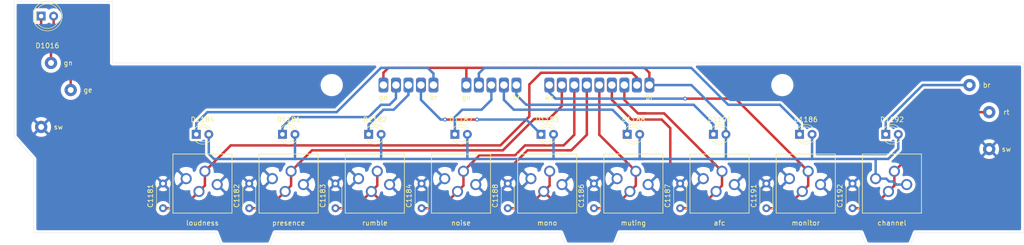
<source format=kicad_pcb>
(kicad_pcb (version 20211014) (generator pcbnew)
  (layers (0 "F.Cu" signal) (31 "B.Cu" signal) (34 "B.Paste" user) (35 "F.Paste" user) (36 "B.SilkS" user "B.Silkscreen") (37 "F.SilkS" user "F.Silkscreen") (38 "B.Mask" user) (39 "F.Mask" user) (44 "Edge.Cuts" user))
  (net 0 "")
  (net 1 "Net-(D1184-Pad1)")
  (net 2 "Net-(D1016-Pad1)")
  (net 3 "Net-(D1016-Pad2)")
  (net 4 "Net-(D1181-Pad1)")
  (net 5 "Net-(D1182-Pad1)")
  (net 6 "Net-(D1183-Pad1)")
  (net 7 "Net-(D1186-Pad1)")
  (net 8 "Net-(D1187-Pad1)")
  (net 9 "Net-(D1188-Pad1)")
  (net 10 "Net-(D1191-Pad1)")
  (net 11 "Net-(D1192-Pad1)")
  (net 12 "+12V")
  (net 13 "GND")
  (net 14 "sw_loudness")
  (net 15 "sw_presence")
  (net 16 "sw_rumble")
  (net 17 "sw_noise")
  (net 18 "sw_muting")
  (net 19 "sw_afc")
  (net 20 "sw_mono")
  (net 21 "sw_monitor")
  (net 22 "sw_fm_channel")
  (footprint "LEDs:LED_D3.0mm" (layer "F.Cu") (at 57 47)
    (fp_text reference "D1184" (at 1.27 -3) (layer "F.SilkS"))
    (fp_text value "LED")
    (fp_line (start -0.29 1.08) (end -0.29 1.236) (layer "F.SilkS") (width 0.12))
    (fp_line (start -0.29 -1.236) (end -0.29 -1.08) (layer "F.SilkS") (width 0.12))
    (fp_arc (start 2.31113 1.079837) (mid 1.270117 1.5) (end 0.229039 1.08) (layer "F.SilkS") (width 0.12))
    (fp_arc (start -0.29 -1.235516) (mid 1.366487 -1.987659) (end 2.942335 -1.078608) (layer "F.SilkS") (width 0.12))
    (fp_arc (start 2.942335 1.078608) (mid 1.366487 1.987659) (end -0.29 1.235516) (layer "F.SilkS") (width 0.12))
    (fp_arc (start 0.229039 -1.08) (mid 1.270117 -1.5) (end 2.31113 -1.079837) (layer "F.SilkS") (width 0.12))
    (pad "1" thru_hole rect locked (at 0 0) (size 1.8 1.8) (drill 0.9) (layers *.Cu *.Mask) (net 1 "Net-(D1184-Pad1)"))
    (pad "2" thru_hole circle locked (at 2.54 0) (size 1.8 1.8) (drill 0.9) (layers *.Cu *.Mask) (net 12 "+12V"))
  )
  (footprint "Mounting_Holes:MountingHole_3.5mm" (layer "F.Cu") (at 84.5 37)
    (fp_text reference "M2" hide)
    (fp_text value "MountingHole_3.5mm" hide)
    (pad "" np_thru_hole circle locked (at 0 0) (size 3.5 3.5) (drill 3.5) (layers *.Cu *.Mask))
  )
  (footprint "Mounting_Holes:MountingHole_3.5mm" (layer "F.Cu") (at 176 37)
    (fp_text reference "M3" hide)
    (fp_text value "MountingHole_3.5mm" hide)
    (pad "" np_thru_hole circle locked (at 0 0) (size 3.5 3.5) (drill 3.5) (layers *.Cu *.Mask))
  )
  (footprint "LEDs:LED_D5.0mm" (layer "F.Cu") (at 25.5 23)
    (fp_text reference "D1016" (at 1.27 6) (layer "F.SilkS"))
    (fp_text value "LED")
    (fp_line (start -1.29 -1.545) (end -1.29 1.545) (layer "F.SilkS") (width 0.12))
    (fp_arc (start -1.29 -1.54483) (mid 2.072002 -2.880433) (end 4.26 0.000462) (layer "F.SilkS") (width 0.12))
    (fp_arc (start 4.26 -0.000462) (mid 2.072002 2.880433) (end -1.29 1.54483) (layer "F.SilkS") (width 0.12))
    (fp_circle (center 1.27 0) (end 3.77 0) (layer "F.SilkS") (width 0.12) (fill none))
    (pad "1" thru_hole rect locked (at 0 0) (size 1.8 1.8) (drill 0.9) (layers *.Cu *.Mask) (net 2 "Net-(D1016-Pad1)"))
    (pad "2" thru_hole circle locked (at 2.54 0) (size 1.8 1.8) (drill 0.9) (layers *.Cu *.Mask) (net 3 "Net-(D1016-Pad2)"))
  )
  (footprint "LEDs:LED_D3.0mm" (layer "F.Cu") (at 74.5 47)
    (fp_text reference "D1181" (at 1.27 -3) (layer "F.SilkS"))
    (fp_text value "LED")
    (fp_line (start -0.29 1.08) (end -0.29 1.236) (layer "F.SilkS") (width 0.12))
    (fp_line (start -0.29 -1.236) (end -0.29 -1.08) (layer "F.SilkS") (width 0.12))
    (fp_arc (start 2.942335 1.078608) (mid 1.366487 1.987659) (end -0.29 1.235516) (layer "F.SilkS") (width 0.12))
    (fp_arc (start 2.31113 1.079837) (mid 1.270117 1.5) (end 0.229039 1.08) (layer "F.SilkS") (width 0.12))
    (fp_arc (start 0.229039 -1.08) (mid 1.270117 -1.5) (end 2.31113 -1.079837) (layer "F.SilkS") (width 0.12))
    (fp_arc (start -0.29 -1.235516) (mid 1.366487 -1.987659) (end 2.942335 -1.078608) (layer "F.SilkS") (width 0.12))
    (pad "1" thru_hole rect locked (at 0 0) (size 1.8 1.8) (drill 0.9) (layers *.Cu *.Mask) (net 4 "Net-(D1181-Pad1)"))
    (pad "2" thru_hole circle locked (at 2.54 0) (size 1.8 1.8) (drill 0.9) (layers *.Cu *.Mask) (net 12 "+12V"))
  )
  (footprint "LEDs:LED_D3.0mm" (layer "F.Cu") (at 92 47)
    (fp_text reference "D1182" (at 1.27 -3) (layer "F.SilkS"))
    (fp_text value "LED")
    (fp_line (start -0.29 1.08) (end -0.29 1.236) (layer "F.SilkS") (width 0.12))
    (fp_line (start -0.29 -1.236) (end -0.29 -1.08) (layer "F.SilkS") (width 0.12))
    (fp_arc (start 2.942335 1.078608) (mid 1.366487 1.987659) (end -0.29 1.235516) (layer "F.SilkS") (width 0.12))
    (fp_arc (start 0.229039 -1.08) (mid 1.270117 -1.5) (end 2.31113 -1.079837) (layer "F.SilkS") (width 0.12))
    (fp_arc (start -0.29 -1.235516) (mid 1.366487 -1.987659) (end 2.942335 -1.078608) (layer "F.SilkS") (width 0.12))
    (fp_arc (start 2.31113 1.079837) (mid 1.270117 1.5) (end 0.229039 1.08) (layer "F.SilkS") (width 0.12))
    (pad "1" thru_hole rect locked (at 0 0) (size 1.8 1.8) (drill 0.9) (layers *.Cu *.Mask) (net 5 "Net-(D1182-Pad1)"))
    (pad "2" thru_hole circle locked (at 2.54 0) (size 1.8 1.8) (drill 0.9) (layers *.Cu *.Mask) (net 12 "+12V"))
  )
  (footprint "LEDs:LED_D3.0mm" (layer "F.Cu") (at 127 47)
    (fp_text reference "D1183" (at 1.27 -3) (layer "F.SilkS"))
    (fp_text value "LED")
    (fp_line (start -0.29 1.08) (end -0.29 1.236) (layer "F.SilkS") (width 0.12))
    (fp_line (start -0.29 -1.236) (end -0.29 -1.08) (layer "F.SilkS") (width 0.12))
    (fp_arc (start -0.29 -1.235516) (mid 1.366487 -1.987659) (end 2.942335 -1.078608) (layer "F.SilkS") (width 0.12))
    (fp_arc (start 2.31113 1.079837) (mid 1.270117 1.5) (end 0.229039 1.08) (layer "F.SilkS") (width 0.12))
    (fp_arc (start 2.942335 1.078608) (mid 1.366487 1.987659) (end -0.29 1.235516) (layer "F.SilkS") (width 0.12))
    (fp_arc (start 0.229039 -1.08) (mid 1.270117 -1.5) (end 2.31113 -1.079837) (layer "F.SilkS") (width 0.12))
    (pad "1" thru_hole rect locked (at 0 0) (size 1.8 1.8) (drill 0.9) (layers *.Cu *.Mask) (net 6 "Net-(D1183-Pad1)"))
    (pad "2" thru_hole circle locked (at 2.54 0) (size 1.8 1.8) (drill 0.9) (layers *.Cu *.Mask) (net 12 "+12V"))
  )
  (footprint "LEDs:LED_D3.0mm" (layer "F.Cu") (at 179.5 47)
    (fp_text reference "D1186" (at 1.27 -3) (layer "F.SilkS"))
    (fp_text value "LED")
    (fp_line (start -0.29 1.08) (end -0.29 1.236) (layer "F.SilkS") (width 0.12))
    (fp_line (start -0.29 -1.236) (end -0.29 -1.08) (layer "F.SilkS") (width 0.12))
    (fp_arc (start 2.31113 1.079837) (mid 1.270117 1.5) (end 0.229039 1.08) (layer "F.SilkS") (width 0.12))
    (fp_arc (start -0.29 -1.235516) (mid 1.366487 -1.987659) (end 2.942335 -1.078608) (layer "F.SilkS") (width 0.12))
    (fp_arc (start 0.229039 -1.08) (mid 1.270117 -1.5) (end 2.31113 -1.079837) (layer "F.SilkS") (width 0.12))
    (fp_arc (start 2.942335 1.078608) (mid 1.366487 1.987659) (end -0.29 1.235516) (layer "F.SilkS") (width 0.12))
    (pad "1" thru_hole rect locked (at 0 0) (size 1.8 1.8) (drill 0.9) (layers *.Cu *.Mask) (net 7 "Net-(D1186-Pad1)"))
    (pad "2" thru_hole circle locked (at 2.54 0) (size 1.8 1.8) (drill 0.9) (layers *.Cu *.Mask) (net 12 "+12V"))
  )
  (footprint "LEDs:LED_D3.0mm" (layer "F.Cu") (at 109.5 47)
    (fp_text reference "D1187" (at 1.27 -3) (layer "F.SilkS"))
    (fp_text value "LED")
    (fp_line (start -0.29 -1.236) (end -0.29 -1.08) (layer "F.SilkS") (width 0.12))
    (fp_line (start -0.29 1.08) (end -0.29 1.236) (layer "F.SilkS") (width 0.12))
    (fp_arc (start 2.942335 1.078608) (mid 1.366487 1.987659) (end -0.29 1.235516) (layer "F.SilkS") (width 0.12))
    (fp_arc (start 0.229039 -1.08) (mid 1.270117 -1.5) (end 2.31113 -1.079837) (layer "F.SilkS") (width 0.12))
    (fp_arc (start 2.31113 1.079837) (mid 1.270117 1.5) (end 0.229039 1.08) (layer "F.SilkS") (width 0.12))
    (fp_arc (start -0.29 -1.235516) (mid 1.366487 -1.987659) (end 2.942335 -1.078608) (layer "F.SilkS") (width 0.12))
    (pad "1" thru_hole rect locked (at 0 0) (size 1.8 1.8) (drill 0.9) (layers *.Cu *.Mask) (net 8 "Net-(D1187-Pad1)"))
    (pad "2" thru_hole circle locked (at 2.54 0) (size 1.8 1.8) (drill 0.9) (layers *.Cu *.Mask) (net 12 "+12V"))
  )
  (footprint "LEDs:LED_D3.0mm" (layer "F.Cu") (at 144.5 47)
    (fp_text reference "D1188" (at 1.27 -3) (layer "F.SilkS"))
    (fp_text value "LED")
    (fp_line (start -0.29 1.08) (end -0.29 1.236) (layer "F.SilkS") (width 0.12))
    (fp_line (start -0.29 -1.236) (end -0.29 -1.08) (layer "F.SilkS") (width 0.12))
    (fp_arc (start -0.29 -1.235516) (mid 1.366487 -1.987659) (end 2.942335 -1.078608) (layer "F.SilkS") (width 0.12))
    (fp_arc (start 2.31113 1.079837) (mid 1.270117 1.5) (end 0.229039 1.08) (layer "F.SilkS") (width 0.12))
    (fp_arc (start 2.942335 1.078608) (mid 1.366487 1.987659) (end -0.29 1.235516) (layer "F.SilkS") (width 0.12))
    (fp_arc (start 0.229039 -1.08) (mid 1.270117 -1.5) (end 2.31113 -1.079837) (layer "F.SilkS") (width 0.12))
    (pad "1" thru_hole rect locked (at 0 0) (size 1.8 1.8) (drill 0.9) (layers *.Cu *.Mask) (net 9 "Net-(D1188-Pad1)"))
    (pad "2" thru_hole circle locked (at 2.54 0) (size 1.8 1.8) (drill 0.9) (layers *.Cu *.Mask) (net 12 "+12V"))
  )
  (footprint "LEDs:LED_D3.0mm" (layer "F.Cu") (at 162 47)
    (fp_text reference "D1191" (at 1.27 -3) (layer "F.SilkS"))
    (fp_text value "LED")
    (fp_line (start -0.29 -1.236) (end -0.29 -1.08) (layer "F.SilkS") (width 0.12))
    (fp_line (start -0.29 1.08) (end -0.29 1.236) (layer "F.SilkS") (width 0.12))
    (fp_arc (start 0.229039 -1.08) (mid 1.270117 -1.5) (end 2.31113 -1.079837) (layer "F.SilkS") (width 0.12))
    (fp_arc (start -0.29 -1.235516) (mid 1.366487 -1.987659) (end 2.942335 -1.078608) (layer "F.SilkS") (width 0.12))
    (fp_arc (start 2.942335 1.078608) (mid 1.366487 1.987659) (end -0.29 1.235516) (layer "F.SilkS") (width 0.12))
    (fp_arc (start 2.31113 1.079837) (mid 1.270117 1.5) (end 0.229039 1.08) (layer "F.SilkS") (width 0.12))
    (pad "1" thru_hole rect locked (at 0 0) (size 1.8 1.8) (drill 0.9) (layers *.Cu *.Mask) (net 10 "Net-(D1191-Pad1)"))
    (pad "2" thru_hole circle locked (at 2.54 0) (size 1.8 1.8) (drill 0.9) (layers *.Cu *.Mask) (net 12 "+12V"))
  )
  (footprint "LEDs:LED_D3.0mm" (layer "F.Cu") (at 197 47)
    (fp_text reference "D1192" (at 1.27 -3) (layer "F.SilkS"))
    (fp_text value "LED")
    (fp_line (start -0.29 1.08) (end -0.29 1.236) (layer "F.SilkS") (width 0.12))
    (fp_line (start -0.29 -1.236) (end -0.29 -1.08) (layer "F.SilkS") (width 0.12))
    (fp_arc (start 0.229039 -1.08) (mid 1.270117 -1.5) (end 2.31113 -1.079837) (layer "F.SilkS") (width 0.12))
    (fp_arc (start 2.942335 1.078608) (mid 1.366487 1.987659) (end -0.29 1.235516) (layer "F.SilkS") (width 0.12))
    (fp_arc (start 2.31113 1.079837) (mid 1.270117 1.5) (end 0.229039 1.08) (layer "F.SilkS") (width 0.12))
    (fp_arc (start -0.29 -1.235516) (mid 1.366487 -1.987659) (end 2.942335 -1.078608) (layer "F.SilkS") (width 0.12))
    (pad "1" thru_hole rect locked (at 0 0) (size 1.8 1.8) (drill 0.9) (layers *.Cu *.Mask) (net 11 "Net-(D1192-Pad1)"))
    (pad "2" thru_hole circle locked (at 2.54 0) (size 1.8 1.8) (drill 0.9) (layers *.Cu *.Mask) (net 12 "+12V"))
  )
  (footprint "Tipp-Tasten-Modul:SW_PUSH_DPDT" (layer "F.Cu") (at 198.25 65)
    (fp_text reference "SW1032" hide)
    (fp_text value "SW_Push_Dual")
    (fp_line (start 6 -14) (end 6 -2) (layer "F.SilkS") (width 0.15))
    (fp_line (start 6 -2) (end -6 -2) (layer "F.SilkS") (width 0.15))
    (fp_line (start -6 -14) (end 6 -14) (layer "F.SilkS") (width 0.15))
    (fp_line (start -6 -2) (end -6 -14) (layer "F.SilkS") (width 0.15))
    (pad "1" thru_hole circle locked (at 0.5 -10.5) (size 2.25 2.25) (drill 1.5) (layers *.Cu *.Mask) (net 22 "sw_fm_channel") (clearance 0.65) (thermal_gap 1.25))
    (pad "2" thru_hole circle locked (at -3.3 -9) (size 2.25 2.25) (drill 1.5) (layers *.Cu *.Mask) (net 12 "+12V") (clearance 0.65) (thermal_gap 1.25))
    (pad "3" thru_hole circle locked (at -0.7 -6.4) (size 2.25 2.25) (drill 1.5) (layers *.Cu *.Mask) (net 22 "sw_fm_channel") (clearance 0.65) (thermal_gap 1.25))
    (pad "4" thru_hole circle locked (at 3 -7.8) (size 2.25 2.25) (drill 1.5) (layers *.Cu *.Mask) (net 12 "+12V") (clearance 0.65) (thermal_gap 1.25))
  )
  (footprint "Tipp-Tasten-Modul:SW_PUSH_DPDT" (layer "F.Cu") (at 58.25 65)
    (fp_text reference "SW1181" hide)
    (fp_text value "SW_Push_Dual")
    (fp_line (start 6 -2) (end -6 -2) (layer "F.SilkS") (width 0.15))
    (fp_line (start -6 -14) (end 6 -14) (layer "F.SilkS") (width 0.15))
    (fp_line (start -6 -2) (end -6 -14) (layer "F.SilkS") (width 0.15))
    (fp_line (start 6 -14) (end 6 -2) (layer "F.SilkS") (width 0.15))
    (pad "1" thru_hole circle locked (at 0.5 -10.5) (size 2.25 2.25) (drill 1.5) (layers *.Cu *.Mask) (net 14 "sw_loudness") (clearance 0.65) (thermal_gap 1.25))
    (pad "2" thru_hole circle locked (at -3.3 -9) (size 2.25 2.25) (drill 1.5) (layers *.Cu *.Mask) (net 13 "GND") (clearance 0.65) (thermal_gap 1.25))
    (pad "3" thru_hole circle locked (at -0.7 -6.4) (size 2.25 2.25) (drill 1.5) (layers *.Cu *.Mask) (net 14 "sw_loudness") (clearance 0.65) (thermal_gap 1.25))
    (pad "4" thru_hole circle locked (at 3 -7.8) (size 2.25 2.25) (drill 1.5) (layers *.Cu *.Mask) (net 13 "GND") (clearance 0.65) (thermal_gap 1.25))
  )
  (footprint "Tipp-Tasten-Modul:SW_PUSH_DPDT" (layer "F.Cu") (at 75.75 65)
    (fp_text reference "SW1182" hide)
    (fp_text value "SW_Push_Dual")
    (fp_line (start 6 -14) (end 6 -2) (layer "F.SilkS") (width 0.15))
    (fp_line (start -6 -2) (end -6 -14) (layer "F.SilkS") (width 0.15))
    (fp_line (start -6 -14) (end 6 -14) (layer "F.SilkS") (width 0.15))
    (fp_line (start 6 -2) (end -6 -2) (layer "F.SilkS") (width 0.15))
    (pad "1" thru_hole circle locked (at 0.5 -10.5) (size 2.25 2.25) (drill 1.5) (layers *.Cu *.Mask) (net 15 "sw_presence") (clearance 0.65) (thermal_gap 1.25))
    (pad "2" thru_hole circle locked (at -3.3 -9) (size 2.25 2.25) (drill 1.5) (layers *.Cu *.Mask) (net 13 "GND") (clearance 0.65) (thermal_gap 1.25))
    (pad "3" thru_hole circle locked (at -0.7 -6.4) (size 2.25 2.25) (drill 1.5) (layers *.Cu *.Mask) (net 15 "sw_presence") (clearance 0.65) (thermal_gap 1.25))
    (pad "4" thru_hole circle locked (at 3 -7.8) (size 2.25 2.25) (drill 1.5) (layers *.Cu *.Mask) (net 13 "GND") (clearance 0.65) (thermal_gap 1.25))
  )
  (footprint "Tipp-Tasten-Modul:SW_PUSH_DPDT" (layer "F.Cu") (at 93.25 65)
    (fp_text reference "SW1183" hide)
    (fp_text value "SW_Push_Dual")
    (fp_line (start 6 -2) (end -6 -2) (layer "F.SilkS") (width 0.15))
    (fp_line (start -6 -14) (end 6 -14) (layer "F.SilkS") (width 0.15))
    (fp_line (start 6 -14) (end 6 -2) (layer "F.SilkS") (width 0.15))
    (fp_line (start -6 -2) (end -6 -14) (layer "F.SilkS") (width 0.15))
    (pad "1" thru_hole circle locked (at 0.5 -10.5) (size 2.25 2.25) (drill 1.5) (layers *.Cu *.Mask) (net 16 "sw_rumble") (clearance 0.65) (thermal_gap 1.25))
    (pad "2" thru_hole circle locked (at -3.3 -9) (size 2.25 2.25) (drill 1.5) (layers *.Cu *.Mask) (net 13 "GND") (clearance 0.65) (thermal_gap 1.25))
    (pad "3" thru_hole circle locked (at -0.7 -6.4) (size 2.25 2.25) (drill 1.5) (layers *.Cu *.Mask) (net 16 "sw_rumble") (clearance 0.65) (thermal_gap 1.25))
    (pad "4" thru_hole circle locked (at 3 -7.8) (size 2.25 2.25) (drill 1.5) (layers *.Cu *.Mask) (net 13 "GND") (clearance 0.65) (thermal_gap 1.25))
  )
  (footprint "Tipp-Tasten-Modul:SW_PUSH_DPDT" (layer "F.Cu") (at 110.75 65)
    (fp_text reference "SW1184" hide)
    (fp_text value "SW_Push_Dual")
    (fp_line (start -6 -14) (end 6 -14) (layer "F.SilkS") (width 0.15))
    (fp_line (start -6 -2) (end -6 -14) (layer "F.SilkS") (width 0.15))
    (fp_line (start 6 -14) (end 6 -2) (layer "F.SilkS") (width 0.15))
    (fp_line (start 6 -2) (end -6 -2) (layer "F.SilkS") (width 0.15))
    (pad "1" thru_hole circle locked (at 0.5 -10.5) (size 2.25 2.25) (drill 1.5) (layers *.Cu *.Mask) (net 17 "sw_noise") (clearance 0.65) (thermal_gap 1.25))
    (pad "2" thru_hole circle locked (at -3.3 -9) (size 2.25 2.25) (drill 1.5) (layers *.Cu *.Mask) (net 13 "GND") (clearance 0.65) (thermal_gap 1.25))
    (pad "3" thru_hole circle locked (at -0.7 -6.4) (size 2.25 2.25) (drill 1.5) (layers *.Cu *.Mask) (net 17 "sw_noise") (clearance 0.65) (thermal_gap 1.25))
    (pad "4" thru_hole circle locked (at 3 -7.8) (size 2.25 2.25) (drill 1.5) (layers *.Cu *.Mask) (net 13 "GND") (clearance 0.65) (thermal_gap 1.25))
  )
  (footprint "Tipp-Tasten-Modul:SW_PUSH_DPDT" (layer "F.Cu") (at 145.75 65)
    (fp_text reference "SW1186" hide)
    (fp_text value "SW_Push_Dual")
    (fp_line (start -6 -2) (end -6 -14) (layer "F.SilkS") (width 0.15))
    (fp_line (start -6 -14) (end 6 -14) (layer "F.SilkS") (width 0.15))
    (fp_line (start 6 -14) (end 6 -2) (layer "F.SilkS") (width 0.15))
    (fp_line (start 6 -2) (end -6 -2) (layer "F.SilkS") (width 0.15))
    (pad "1" thru_hole circle locked (at 0.5 -10.5) (size 2.25 2.25) (drill 1.5) (layers *.Cu *.Mask) (net 18 "sw_muting") (clearance 0.65) (thermal_gap 1.25))
    (pad "2" thru_hole circle locked (at -3.3 -9) (size 2.25 2.25) (drill 1.5) (layers *.Cu *.Mask) (net 13 "GND") (clearance 0.65) (thermal_gap 1.25))
    (pad "3" thru_hole circle locked (at -0.7 -6.4) (size 2.25 2.25) (drill 1.5) (layers *.Cu *.Mask) (net 18 "sw_muting") (clearance 0.65) (thermal_gap 1.25))
    (pad "4" thru_hole circle locked (at 3 -7.8) (size 2.25 2.25) (drill 1.5) (layers *.Cu *.Mask) (net 13 "GND") (clearance 0.65) (thermal_gap 1.25))
  )
  (footprint "Tipp-Tasten-Modul:SW_PUSH_DPDT" (layer "F.Cu") (at 163.25 65)
    (fp_text reference "SW1187" hide)
    (fp_text value "SW_Push_Dual")
    (fp_line (start 6 -2) (end -6 -2) (layer "F.SilkS") (width 0.15))
    (fp_line (start -6 -14) (end 6 -14) (layer "F.SilkS") (width 0.15))
    (fp_line (start 6 -14) (end 6 -2) (layer "F.SilkS") (width 0.15))
    (fp_line (start -6 -2) (end -6 -14) (layer "F.SilkS") (width 0.15))
    (pad "1" thru_hole circle locked (at 0.5 -10.5) (size 2.25 2.25) (drill 1.5) (layers *.Cu *.Mask) (net 19 "sw_afc") (clearance 0.65) (thermal_gap 1.25))
    (pad "2" thru_hole circle locked (at -3.3 -9) (size 2.25 2.25) (drill 1.5) (layers *.Cu *.Mask) (net 13 "GND") (clearance 0.65) (thermal_gap 1.25))
    (pad "3" thru_hole circle locked (at -0.7 -6.4) (size 2.25 2.25) (drill 1.5) (layers *.Cu *.Mask) (net 19 "sw_afc") (clearance 0.65) (thermal_gap 1.25))
    (pad "4" thru_hole circle locked (at 3 -7.8) (size 2.25 2.25) (drill 1.5) (layers *.Cu *.Mask) (net 13 "GND") (clearance 0.65) (thermal_gap 1.25))
  )
  (footprint "Tipp-Tasten-Modul:SW_PUSH_DPDT" (layer "F.Cu") (at 128.25 65)
    (fp_text reference "SW1188" hide)
    (fp_text value "SW_Push_Dual")
    (fp_line (start 6 -14) (end 6 -2) (layer "F.SilkS") (width 0.15))
    (fp_line (start -6 -2) (end -6 -14) (layer "F.SilkS") (width 0.15))
    (fp_line (start -6 -14) (end 6 -14) (layer "F.SilkS") (width 0.15))
    (fp_line (start 6 -2) (end -6 -2) (layer "F.SilkS") (width 0.15))
    (pad "1" thru_hole circle locked (at 0.5 -10.5) (size 2.25 2.25) (drill 1.5) (layers *.Cu *.Mask) (net 20 "sw_mono") (clearance 0.65) (thermal_gap 1.25))
    (pad "2" thru_hole circle locked (at -3.3 -9) (size 2.25 2.25) (drill 1.5) (layers *.Cu *.Mask) (net 13 "GND") (clearance 0.65) (thermal_gap 1.25))
    (pad "3" thru_hole circle locked (at -0.7 -6.4) (size 2.25 2.25) (drill 1.5) (layers *.Cu *.Mask) (net 20 "sw_mono") (clearance 0.65) (thermal_gap 1.25))
    (pad "4" thru_hole circle locked (at 3 -7.8) (size 2.25 2.25) (drill 1.5) (layers *.Cu *.Mask) (net 13 "GND") (clearance 0.65) (thermal_gap 1.25))
  )
  (footprint "Tipp-Tasten-Modul:SW_PUSH_DPDT" (layer "F.Cu") (at 180.75 65)
    (fp_text reference "SW1191" hide)
    (fp_text value "SW_Push_Dual")
    (fp_line (start -6 -14) (end 6 -14) (layer "F.SilkS") (width 0.15))
    (fp_line (start 6 -2) (end -6 -2) (layer "F.SilkS") (width 0.15))
    (fp_line (start -6 -2) (end -6 -14) (layer "F.SilkS") (width 0.15))
    (fp_line (start 6 -14) (end 6 -2) (layer "F.SilkS") (width 0.15))
    (pad "1" thru_hole circle locked (at 0.5 -10.5) (size 2.25 2.25) (drill 1.5) (layers *.Cu *.Mask) (net 21 "sw_monitor") (clearance 0.65) (thermal_gap 1.25))
    (pad "2" thru_hole circle locked (at -3.3 -9) (size 2.25 2.25) (drill 1.5) (layers *.Cu *.Mask) (net 13 "GND") (clearance 0.65) (thermal_gap 1.25))
    (pad "3" thru_hole circle locked (at -0.7 -6.4) (size 2.25 2.25) (drill 1.5) (layers *.Cu *.Mask) (net 21 "sw_monitor") (clearance 0.65) (thermal_gap 1.25))
    (pad "4" thru_hole circle locked (at 3 -7.8) (size 2.25 2.25) (drill 1.5) (layers *.Cu *.Mask) (net 13 "GND") (clearance 0.65) (thermal_gap 1.25))
  )
  (footprint "saba_924x_tipp-tasten-modul:SolderWirePad_09_2.54mm" (layer "F.Cu") (at 137.93 39.5)
    (fp_text reference "J1" hide)
    (fp_text value "Conn_01x09_Female")
    (pad "1" thru_hole roundrect locked (at -9.25 -2.5) (size 2 3) (drill 1.5) (layers *.Cu *.Mask) (net 21 "sw_monitor"))
    (pad "2" thru_hole roundrect locked (at -6.71 -2.5) (size 2 3) (drill 1.5) (layers *.Cu *.Mask) (net 15 "sw_presence"))
    (pad "3" thru_hole roundrect locked (at -4.17 -2.5) (size 2 3) (drill 1.5) (layers *.Cu *.Mask) (net 17 "sw_noise"))
    (pad "4" thru_hole roundrect locked (at -1.63 -2.5) (size 2 3) (drill 1.5) (layers *.Cu *.Mask) (net 16 "sw_rumble"))
    (pad "5" thru_hole roundrect locked (at 0.91 -2.5) (size 2 3) (drill 1.5) (layers *.Cu *.Mask) (net 18 "sw_muting"))
    (pad "6" thru_hole roundrect locked (at 3.45 -2.5) (size 2 3) (drill 1.5) (layers *.Cu *.Mask) (net 20 "sw_mono"))
    (pad "7" thru_hole roundrect locked (at 5.99 -2.5) (size 2 3) (drill 1.5) (layers *.Cu *.Mask) (net 19 "sw_afc"))
    (pad "8" thru_hole roundrect locked (at 8.53 -2.5) (size 2 3) (drill 1.5) (layers *.Cu *.Mask) (net 14 "sw_loudness"))
    (pad "9" thru_hole roundrect locked (at 11.07 -2.5) (size 2 3) (drill 1.5) (layers *.Cu *.Mask) (net 12 "+12V"))
  )
  (footprint "saba_924x_tipp-tasten-modul:SolderWirePad_05_2.54mm" (layer "F.Cu") (at 116.84 39.5)
    (fp_text reference "J2" hide)
    (fp_text value "Conn_01x05_Female")
    (pad "1" thru_hole roundrect locked (at -5 -2.5) (size 2 3) (drill 1.5) (layers *.Cu *.Mask) (net 12 "+12V"))
    (pad "2" thru_hole roundrect locked (at -2.46 -2.5) (size 2 3) (drill 1.5) (layers *.Cu *.Mask) (net 7 "Net-(D1186-Pad1)"))
    (pad "3" thru_hole roundrect locked (at 0.08 -2.5) (size 2 3) (drill 1.5) (layers *.Cu *.Mask) (net 8 "Net-(D1187-Pad1)"))
    (pad "4" thru_hole roundrect locked (at 2.62 -2.5) (size 2 3) (drill 1.5) (layers *.Cu *.Mask) (net 9 "Net-(D1188-Pad1)"))
    (pad "5" thru_hole roundrect locked (at 5.16 -2.5) (size 2 3) (drill 1.5) (layers *.Cu *.Mask) (net 10 "Net-(D1191-Pad1)"))
  )
  (footprint "saba_924x_tipp-tasten-modul:SolderWirePad_05_2.54mm" (layer "F.Cu") (at 100 39.5)
    (fp_text reference "J3" hide)
    (fp_text value "Conn_01x05_Female")
    (pad "1" thru_hole roundrect locked (at -5 -2.5) (size 2 3) (drill 1.5) (layers *.Cu *.Mask) (net 12 "+12V"))
    (pad "2" thru_hole roundrect locked (at -2.46 -2.5) (size 2 3) (drill 1.5) (layers *.Cu *.Mask) (net 4 "Net-(D1181-Pad1)"))
    (pad "3" thru_hole roundrect locked (at 0.08 -2.5) (size 2 3) (drill 1.5) (layers *.Cu *.Mask) (net 5 "Net-(D1182-Pad1)"))
    (pad "4" thru_hole roundrect locked (at 2.62 -2.5) (size 2 3) (drill 1.5) (layers *.Cu *.Mask) (net 6 "Net-(D1183-Pad1)"))
    (pad "5" thru_hole roundrect locked (at 5.16 -2.5) (size 2 3) (drill 1.5) (layers *.Cu *.Mask) (net 1 "Net-(D1184-Pad1)"))
  )
  (footprint "Wire_Pads:SolderWirePad_single_1-5mmDrill" (layer "F.Cu") (at 25.5 45.5)
    (fp_text reference "J6" hide)
    (fp_text value "Conn_01x01_Female")
    (pad "1" thru_hole circle locked (at 0 0) (size 2.5 2.5) (drill 1.2) (layers *.Cu *.Mask) (net 13 "GND"))
  )
  (footprint "Wire_Pads:SolderWirePad_single_1-5mmDrill" (layer "F.Cu") (at 214 37)
    (fp_text reference "J8" hide)
    (fp_text value "Conn_01x01_Female")
    (pad "1" thru_hole circle locked (at 0 0) (size 2.5 2.5) (drill 1.2) (layers *.Cu *.Mask) (net 11 "Net-(D1192-Pad1)"))
  )
  (footprint "Wire_Pads:SolderWirePad_single_1-5mmDrill" (layer "F.Cu") (at 218 50)
    (fp_text reference "J9" hide)
    (fp_text value "Conn_01x01_Female")
    (pad "1" thru_hole circle locked (at 0 0) (size 2.5 2.5) (drill 1.2) (layers *.Cu *.Mask) (net 13 "GND"))
  )
  (footprint "Wire_Pads:SolderWirePad_single_1-5mmDrill" (layer "F.Cu") (at 31.5 38)
    (fp_text reference "J5" hide)
    (fp_text value "Conn_01x01_Female")
    (pad "1" thru_hole circle locked (at 0 0) (size 2.5 2.5) (drill 1.2) (layers *.Cu *.Mask) (net 3 "Net-(D1016-Pad2)"))
  )
  (footprint "Wire_Pads:SolderWirePad_single_1-5mmDrill" (layer "F.Cu") (at 27.5 32.5)
    (fp_text reference "J10" hide)
    (fp_text value "Conn_01x01_Female")
    (pad "1" thru_hole circle locked (at 0 0) (size 2.5 2.5) (drill 1.2) (layers *.Cu *.Mask) (net 2 "Net-(D1016-Pad1)"))
  )
  (footprint "Wire_Pads:SolderWirePad_single_1-5mmDrill" (layer "F.Cu") (at 218 42.5)
    (fp_text reference "J4" hide)
    (fp_text value "Conn_01x01_Female")
    (pad "1" thru_hole circle locked (at 0 0) (size 2.5 2.5) (drill 1.2) (layers *.Cu *.Mask) (net 22 "sw_fm_channel"))
  )
  (footprint "Capacitors_THT:C_Disc_D5.0mm_W2.5mm_P5.00mm" (layer "F.Cu") (at 50.25 62 90)
    (fp_text reference "C1181" (at 2.5 -2.56 90) (layer "F.SilkS"))
    (fp_text value "4.7nF")
    (fp_line (start -0.06 1.31) (end 5.06 1.31) (layer "F.SilkS") (width 0.12))
    (fp_line (start 5.06 0.996) (end 5.06 1.31) (layer "F.SilkS") (width 0.12))
    (fp_line (start -0.06 0.996) (end -0.06 1.31) (layer "F.SilkS") (width 0.12))
    (fp_line (start -0.06 -1.31) (end -0.06 -0.996) (layer "F.SilkS") (width 0.12))
    (fp_line (start -0.06 -1.31) (end 5.06 -1.31) (layer "F.SilkS") (width 0.12))
    (fp_line (start 5.06 -1.31) (end 5.06 -0.996) (layer "F.SilkS") (width 0.12))
    (pad "1" thru_hole circle locked (at 0 0 90) (size 1.6 1.6) (drill 0.8) (layers *.Cu *.Mask) (net 14 "sw_loudness"))
    (pad "2" thru_hole circle locked (at 5 0 90) (size 1.6 1.6) (drill 0.8) (layers *.Cu *.Mask) (net 13 "GND"))
  )
  (footprint "Capacitors_THT:C_Disc_D5.0mm_W2.5mm_P5.00mm" (layer "F.Cu") (at 67.75 62 90)
    (fp_text reference "C1182" (at 2.5 -2.56 90) (layer "F.SilkS"))
    (fp_text value "4.7nF")
    (fp_line (start -0.06 -1.31) (end -0.06 -0.996) (layer "F.SilkS") (width 0.12))
    (fp_line (start 5.06 0.996) (end 5.06 1.31) (layer "F.SilkS") (width 0.12))
    (fp_line (start -0.06 0.996) (end -0.06 1.31) (layer "F.SilkS") (width 0.12))
    (fp_line (start -0.06 -1.31) (end 5.06 -1.31) (layer "F.SilkS") (width 0.12))
    (fp_line (start -0.06 1.31) (end 5.06 1.31) (layer "F.SilkS") (width 0.12))
    (fp_line (start 5.06 -1.31) (end 5.06 -0.996) (layer "F.SilkS") (width 0.12))
    (pad "1" thru_hole circle locked (at 0 0 90) (size 1.6 1.6) (drill 0.8) (layers *.Cu *.Mask) (net 15 "sw_presence"))
    (pad "2" thru_hole circle locked (at 5 0 90) (size 1.6 1.6) (drill 0.8) (layers *.Cu *.Mask) (net 13 "GND"))
  )
  (footprint "Capacitors_THT:C_Disc_D5.0mm_W2.5mm_P5.00mm" (layer "F.Cu") (at 85.25 62 90)
    (fp_text reference "C1183" (at 2.5 -2.56 90) (layer "F.SilkS"))
    (fp_text value "4.7nF")
    (fp_line (start -0.06 0.996) (end -0.06 1.31) (layer "F.SilkS") (width 0.12))
    (fp_line (start -0.06 -1.31) (end 5.06 -1.31) (layer "F.SilkS") (width 0.12))
    (fp_line (start -0.06 -1.31) (end -0.06 -0.996) (layer "F.SilkS") (width 0.12))
    (fp_line (start -0.06 1.31) (end 5.06 1.31) (layer "F.SilkS") (width 0.12))
    (fp_line (start 5.06 0.996) (end 5.06 1.31) (layer "F.SilkS") (width 0.12))
    (fp_line (start 5.06 -1.31) (end 5.06 -0.996) (layer "F.SilkS") (width 0.12))
    (pad "1" thru_hole circle locked (at 0 0 90) (size 1.6 1.6) (drill 0.8) (layers *.Cu *.Mask) (net 16 "sw_rumble"))
    (pad "2" thru_hole circle locked (at 5 0 90) (size 1.6 1.6) (drill 0.8) (layers *.Cu *.Mask) (net 13 "GND"))
  )
  (footprint "Capacitors_THT:C_Disc_D5.0mm_W2.5mm_P5.00mm" (layer "F.Cu") (at 102.75 62 90)
    (fp_text reference "C1184" (at 2.5 -2.56 90) (layer "F.SilkS"))
    (fp_text value "4.7nF")
    (fp_line (start 5.06 0.996) (end 5.06 1.31) (layer "F.SilkS") (width 0.12))
    (fp_line (start -0.06 1.31) (end 5.06 1.31) (layer "F.SilkS") (width 0.12))
    (fp_line (start -0.06 -1.31) (end 5.06 -1.31) (layer "F.SilkS") (width 0.12))
    (fp_line (start -0.06 -1.31) (end -0.06 -0.996) (layer "F.SilkS") (width 0.12))
    (fp_line (start -0.06 0.996) (end -0.06 1.31) (layer "F.SilkS") (width 0.12))
    (fp_line (start 5.06 -1.31) (end 5.06 -0.996) (layer "F.SilkS") (width 0.12))
    (pad "1" thru_hole circle locked (at 0 0 90) (size 1.6 1.6) (drill 0.8) (layers *.Cu *.Mask) (net 17 "sw_noise"))
    (pad "2" thru_hole circle locked (at 5 0 90) (size 1.6 1.6) (drill 0.8) (layers *.Cu *.Mask) (net 13 "GND"))
  )
  (footprint "Capacitors_THT:C_Disc_D5.0mm_W2.5mm_P5.00mm" (layer "F.Cu") (at 137.75 62 90)
    (fp_text reference "C1186" (at 2.5 -2.56 90) (layer "F.SilkS"))
    (fp_text value "4.7nF")
    (fp_line (start -0.06 -1.31) (end 5.06 -1.31) (layer "F.SilkS") (width 0.12))
    (fp_line (start 5.06 0.996) (end 5.06 1.31) (layer "F.SilkS") (width 0.12))
    (fp_line (start -0.06 1.31) (end 5.06 1.31) (layer "F.SilkS") (width 0.12))
    (fp_line (start -0.06 0.996) (end -0.06 1.31) (layer "F.SilkS") (width 0.12))
    (fp_line (start 5.06 -1.31) (end 5.06 -0.996) (layer "F.SilkS") (width 0.12))
    (fp_line (start -0.06 -1.31) (end -0.06 -0.996) (layer "F.SilkS") (width 0.12))
    (pad "1" thru_hole circle locked (at 0 0 90) (size 1.6 1.6) (drill 0.8) (layers *.Cu *.Mask) (net 18 "sw_muting"))
    (pad "2" thru_hole circle locked (at 5 0 90) (size 1.6 1.6) (drill 0.8) (layers *.Cu *.Mask) (net 13 "GND"))
  )
  (footprint "Capacitors_THT:C_Disc_D5.0mm_W2.5mm_P5.00mm" (layer "F.Cu") (at 155.25 62 90)
    (fp_text reference "C1187" (at 2.5 -2.56 90) (layer "F.SilkS"))
    (fp_text value "4.7nF")
    (fp_line (start 5.06 -1.31) (end 5.06 -0.996) (layer "F.SilkS") (width 0.12))
    (fp_line (start -0.06 0.996) (end -0.06 1.31) (layer "F.SilkS") (width 0.12))
    (fp_line (start -0.06 1.31) (end 5.06 1.31) (layer "F.SilkS") (width 0.12))
    (fp_line (start 5.06 0.996) (end 5.06 1.31) (layer "F.SilkS") (width 0.12))
    (fp_line (start -0.06 -1.31) (end 5.06 -1.31) (layer "F.SilkS") (width 0.12))
    (fp_line (start -0.06 -1.31) (end -0.06 -0.996) (layer "F.SilkS") (width 0.12))
    (pad "1" thru_hole circle locked (at 0 0 90) (size 1.6 1.6) (drill 0.8) (layers *.Cu *.Mask) (net 19 "sw_afc"))
    (pad "2" thru_hole circle locked (at 5 0 90) (size 1.6 1.6) (drill 0.8) (layers *.Cu *.Mask) (net 13 "GND"))
  )
  (footprint "Capacitors_THT:C_Disc_D5.0mm_W2.5mm_P5.00mm" (layer "F.Cu") (at 120.25 62 90)
    (fp_text reference "C1188" (at 2.5 -2.56 90) (layer "F.SilkS"))
    (fp_text value "4.7nF")
    (fp_line (start 5.06 0.996) (end 5.06 1.31) (layer "F.SilkS") (width 0.12))
    (fp_line (start -0.06 0.996) (end -0.06 1.31) (layer "F.SilkS") (width 0.12))
    (fp_line (start 5.06 -1.31) (end 5.06 -0.996) (layer "F.SilkS") (width 0.12))
    (fp_line (start -0.06 -1.31) (end 5.06 -1.31) (layer "F.SilkS") (width 0.12))
    (fp_line (start -0.06 1.31) (end 5.06 1.31) (layer "F.SilkS") (width 0.12))
    (fp_line (start -0.06 -1.31) (end -0.06 -0.996) (layer "F.SilkS") (width 0.12))
    (pad "1" thru_hole circle locked (at 0 0 90) (size 1.6 1.6) (drill 0.8) (layers *.Cu *.Mask) (net 20 "sw_mono"))
    (pad "2" thru_hole circle locked (at 5 0 90) (size 1.6 1.6) (drill 0.8) (layers *.Cu *.Mask) (net 13 "GND"))
  )
  (footprint "Capacitors_THT:C_Disc_D5.0mm_W2.5mm_P5.00mm" (layer "F.Cu") (at 172.75 62 90)
    (fp_text reference "C1191" (at 2.5 -2.56 90) (layer "F.SilkS"))
    (fp_text value "4.7nF")
    (fp_line (start -0.06 0.996) (end -0.06 1.31) (layer "F.SilkS") (width 0.12))
    (fp_line (start -0.06 1.31) (end 5.06 1.31) (layer "F.SilkS") (width 0.12))
    (fp_line (start 5.06 -1.31) (end 5.06 -0.996) (layer "F.SilkS") (width 0.12))
    (fp_line (start 5.06 0.996) (end 5.06 1.31) (layer "F.SilkS") (width 0.12))
    (fp_line (start -0.06 -1.31) (end 5.06 -1.31) (layer "F.SilkS") (width 0.12))
    (fp_line (start -0.06 -1.31) (end -0.06 -0.996) (layer "F.SilkS") (width 0.12))
    (pad "1" thru_hole circle locked (at 0 0 90) (size 1.6 1.6) (drill 0.8) (layers *.Cu *.Mask) (net 21 "sw_monitor"))
    (pad "2" thru_hole circle locked (at 5 0 90) (size 1.6 1.6) (drill 0.8) (layers *.Cu *.Mask) (net 13 "GND"))
  )
  (footprint "Capacitors_THT:C_Disc_D5.0mm_W2.5mm_P5.00mm" (layer "F.Cu") (at 190.25 62 90)
    (fp_text reference "C1192" (at 2.5 -2.56 90) (layer "F.SilkS"))
    (fp_text value "4.7nF")
    (fp_line (start -0.06 1.31) (end 5.06 1.31) (layer "F.SilkS") (width 0.12))
    (fp_line (start -0.06 -1.31) (end -0.06 -0.996) (layer "F.SilkS") (width 0.12))
    (fp_line (start -0.06 0.996) (end -0.06 1.31) (layer "F.SilkS") (width 0.12))
    (fp_line (start 5.06 -1.31) (end 5.06 -0.996) (layer "F.SilkS") (width 0.12))
    (fp_line (start -0.06 -1.31) (end 5.06 -1.31) (layer "F.SilkS") (width 0.12))
    (fp_line (start 5.06 0.996) (end 5.06 1.31) (layer "F.SilkS") (width 0.12))
    (pad "1" thru_hole circle locked (at 0 0 90) (size 1.6 1.6) (drill 0.8) (layers *.Cu *.Mask) (net 22 "sw_fm_channel"))
    (pad "2" thru_hole circle locked (at 5 0 90) (size 1.6 1.6) (drill 0.8) (layers *.Cu *.Mask) (net 13 "GND"))
  )
  (gr_line (start 20 47.5) (end 24 52) (layer "Edge.Cuts") (width 0.05))
  (gr_line (start 131 67) (end 73 67) (layer "Edge.Cuts") (width 0.05))
  (gr_line (start 40 32.5) (end 90 32.5) (layer "Edge.Cuts") (width 0.05))
  (gr_line (start 202 69.5) (end 193 69.5) (layer "Edge.Cuts") (width 0.05))
  (gr_line (start 142 69.5) (end 132 69.5) (layer "Edge.Cuts") (width 0.05))
  (gr_line (start 193 69.5) (end 192 67) (layer "Edge.Cuts") (width 0.05))
  (gr_line (start 192 67) (end 143 67) (layer "Edge.Cuts") (width 0.05))
  (gr_line (start 72 69.5) (end 73 67) (layer "Edge.Cuts") (width 0.05))
  (gr_line (start 20 20) (end 20 47.5) (layer "Edge.Cuts") (width 0.05))
  (gr_line (start 62 69.5) (end 72 69.5) (layer "Edge.Cuts") (width 0.05))
  (gr_line (start 203 67) (end 202 69.5) (layer "Edge.Cuts") (width 0.05))
  (gr_line (start 40 20) (end 40 32.5) (layer "Edge.Cuts") (width 0.05))
  (gr_line (start 61 67) (end 62 69.5) (layer "Edge.Cuts") (width 0.05))
  (gr_line (start 132 69.5) (end 131 67) (layer "Edge.Cuts") (width 0.05))
  (gr_line (start 225 32.5) (end 225 67) (layer "Edge.Cuts") (width 0.05))
  (gr_line (start 225 67) (end 203 67) (layer "Edge.Cuts") (width 0.05))
  (gr_line (start 20 20) (end 40 20) (layer "Edge.Cuts") (width 0.05))
  (gr_line (start 143 67) (end 142 69.5) (layer "Edge.Cuts") (width 0.05))
  (gr_line (start 24 67) (end 61 67) (layer "Edge.Cuts") (width 0.05))
  (gr_line (start 225 32.5) (end 90 32.5) (layer "Edge.Cuts") (width 0.05))
  (gr_line (start 24 52) (end 24 67) (layer "Edge.Cuts") (width 0.05))
  (gr_text "br" (at 217.5 37) (layer "F.SilkS") (effects (font (size 1 1))))
  (gr_text "gn" (at 95 39.5) (layer "F.SilkS") (effects (font (size 1 1))))
  (gr_text "ge" (at 35 38) (layer "F.SilkS") (effects (font (size 1 1))))
  (gr_text "rt" (at 221.5 42.5) (layer "F.SilkS") (effects (font (size 1 1))))
  (gr_text "mono" (at 128.25 65) (layer "F.SilkS") (effects (font (size 1 1))))
  (gr_text "br" (at 105.16 39.5) (layer "F.SilkS") (effects (font (size 1 1))))
  (gr_text "sw" (at 221.5 50) (layer "F.SilkS") (effects (font (size 1 1))))
  (gr_text "loudness" (at 58.25 65) (layer "F.SilkS") (effects (font (size 1 1))))
  (gr_text "presence" (at 75.75 65) (layer "F.SilkS") (effects (font (size 1 1))))
  (gr_text "gn" (at 31 32.5) (layer "F.SilkS") (effects (font (size 1 1))))
  (gr_text "muting" (at 145.75 65) (layer "F.SilkS") (effects (font (size 1 1))))
  (gr_text "rumble" (at 93.25 65) (layer "F.SilkS") (effects (font (size 1 1))))
  (gr_text "ws" (at 128.68 39.5) (layer "F.SilkS") (effects (font (size 1 1))))
  (gr_text "gn" (at 111.84 39.5) (layer "F.SilkS") (effects (font (size 1 1))))
  (gr_text "noise" (at 110.75 65) (layer "F.SilkS") (effects (font (size 1 1))))
  (gr_text "br" (at 149 39.5) (layer "F.SilkS") (effects (font (size 1 1))))
  (gr_text "channel" (at 198.25 65) (layer "F.SilkS") (effects (font (size 1 1))))
  (gr_text "sw" (at 29 45.5) (layer "F.SilkS") (effects (font (size 1 1))))
  (gr_text "br" (at 122 39.5) (layer "F.SilkS") (effects (font (size 1 1))))
  (gr_text "afc" (at 163.25 65) (layer "F.SilkS") (effects (font (size 1 1))))
  (gr_text "monitor" (at 180.75 65) (layer "F.SilkS") (effects (font (size 1 1))))
  (segment (start 94.5 33.5) (end 104 33.5) (width 0.5) (layer "B.Cu") (net 1))
  (segment (start 57 44.75) (end 59.25 42.5) (width 0.5) (layer "B.Cu") (net 1))
  (segment (start 104 33.5) (end 105.16 34.66) (width 0.5) (layer "B.Cu") (net 1))
  (segment (start 57 47) (end 57 44.75) (width 0.5) (layer "B.Cu") (net 1))
  (segment (start 105.16 34.66) (end 105.16 37) (width 0.5) (layer "B.Cu") (net 1))
  (segment (start 85.5 42.5) (end 94.5 33.5) (width 0.5) (layer "B.Cu") (net 1))
  (segment (start 59.25 42.5) (end 85.5 42.5) (width 0.5) (layer "B.Cu") (net 1))
  (segment (start 27.5 32.5) (end 27.5 29.5) (width 0.5) (layer "F.Cu") (net 2))
  (segment (start 27.5 29.5) (end 25.5 27.5) (width 0.5) (layer "F.Cu") (net 2))
  (segment (start 25.5 27.5) (end 25.5 23) (width 0.5) (layer "F.Cu") (net 2))
  (segment (start 28.04 27.5) (end 28.04 23) (width 0.5) (layer "F.Cu") (net 3))
  (segment (start 31.5 38) (end 31.5 30.96) (width 0.5) (layer "F.Cu") (net 3))
  (segment (start 31.5 30.96) (end 28.04 27.5) (width 0.5) (layer "F.Cu") (net 3))
  (segment (start 76.5 43.5) (end 92 43.5) (width 0.5) (layer "B.Cu") (net 4))
  (segment (start 96.25 41) (end 97.54 39.71) (width 0.5) (layer "B.Cu") (net 4))
  (segment (start 74.5 47) (end 74.5 45.5) (width 0.5) (layer "B.Cu") (net 4))
  (segment (start 97.54 39.71) (end 97.54 37) (width 0.5) (layer "B.Cu") (net 4))
  (segment (start 94.5 41) (end 96.25 41) (width 0.5) (layer "B.Cu") (net 4))
  (segment (start 92 43.5) (end 94.5 41) (width 0.5) (layer "B.Cu") (net 4))
  (segment (start 74.5 45.5) (end 76.5 43.5) (width 0.5) (layer "B.Cu") (net 4))
  (segment (start 100.08 39) (end 100.08 37) (width 0.5) (layer "B.Cu") (net 5))
  (segment (start 92 47) (end 92 45) (width 0.5) (layer "B.Cu") (net 5))
  (segment (start 92 45) (end 95 42) (width 0.5) (layer "B.Cu") (net 5))
  (segment (start 95 42) (end 97.08 42) (width 0.5) (layer "B.Cu") (net 5))
  (segment (start 97.08 42) (end 100.08 39) (width 0.5) (layer "B.Cu") (net 5))
  (segment (start 107.5 44) (end 114 44) (width 0.5) (layer "F.Cu") (net 6))
  (via (at 107.5 44) (size 0.8) (drill 0.4) (layers "F.Cu" "B.Cu") (net 6))
  (via (at 114 44) (size 0.8) (drill 0.4) (layers "F.Cu" "B.Cu") (net 6))
  (segment (start 102.62 37) (end 102.62 40) (width 0.5) (layer "B.Cu") (net 6))
  (segment (start 107.5 44) (end 106.62 44) (width 0.5) (layer "B.Cu") (net 6))
  (segment (start 106.62 44) (end 102.62 40) (width 0.5) (layer "B.Cu") (net 6))
  (segment (start 124 44) (end 127 47) (width 0.5) (layer "B.Cu") (net 6))
  (segment (start 114 44) (end 124 44) (width 0.5) (layer "B.Cu") (net 6))
  (segment (start 175.5 41) (end 179.5 45) (width 0.5) (layer "B.Cu") (net 7))
  (segment (start 179.5 45) (end 179.5 47) (width 0.5) (layer "B.Cu") (net 7))
  (segment (start 114.38 37) (end 114.38 34.62) (width 0.5) (layer "B.Cu") (net 7))
  (segment (start 115.5 33.5) (end 157.5 33.5) (width 0.5) (layer "B.Cu") (net 7))
  (segment (start 157.5 33.5) (end 165 41) (width 0.5) (layer "B.Cu") (net 7))
  (segment (start 114.38 34.62) (end 115.5 33.5) (width 0.5) (layer "B.Cu") (net 7))
  (segment (start 165 41) (end 175.5 41) (width 0.5) (layer "B.Cu") (net 7))
  (segment (start 116.92 40) (end 116.92 37) (width 0.5) (layer "B.Cu") (net 8))
  (segment (start 109.5 47) (end 109.5 43.5) (width 0.5) (layer "B.Cu") (net 8))
  (segment (start 111 42) (end 114.92 42) (width 0.5) (layer "B.Cu") (net 8))
  (segment (start 114.92 42) (end 116.92 40) (width 0.5) (layer "B.Cu") (net 8))
  (segment (start 111 42) (end 109.5 43.5) (width 0.5) (layer "B.Cu") (net 8))
  (segment (start 144.5 45) (end 144.5 47) (width 0.5) (layer "B.Cu") (net 9))
  (segment (start 141.5 42) (end 144.5 45) (width 0.5) (layer "B.Cu") (net 9))
  (segment (start 123 42) (end 121.46 42) (width 0.5) (layer "B.Cu") (net 9))
  (segment (start 121.46 42) (end 119.46 40) (width 0.5) (layer "B.Cu") (net 9))
  (segment (start 123 42) (end 141.5 42) (width 0.5) (layer "B.Cu") (net 9))
  (segment (start 119.46 37) (end 119.46 40) (width 0.5) (layer "B.Cu") (net 9))
  (segment (start 122 37) (end 122 39) (width 0.5) (layer "B.Cu") (net 10))
  (segment (start 125.5 41) (end 158 41) (width 0.5) (layer "B.Cu") (net 10))
  (segment (start 162 45) (end 162 47) (width 0.5) (layer "B.Cu") (net 10))
  (segment (start 125.5 41) (end 124 41) (width 0.5) (layer "B.Cu") (net 10))
  (segment (start 124 41) (end 122 39) (width 0.5) (layer "B.Cu") (net 10))
  (segment (start 158 41) (end 162 45) (width 0.5) (layer "B.Cu") (net 10))
  (segment (start 214 37) (end 204.5 37) (width 0.5) (layer "B.Cu") (net 11))
  (segment (start 204.5 37) (end 197 44.5) (width 0.5) (layer "B.Cu") (net 11))
  (segment (start 197 44.5) (end 197 47) (width 0.5) (layer "B.Cu") (net 11))
  (segment (start 111.84 37) (end 111.84 33.659998) (width 0.5) (layer "F.Cu") (net 12))
  (segment (start 96.999999 33.499999) (end 96.000001 33.499999) (width 0.5) (layer "F.Cu") (net 12))
  (segment (start 147.999999 33.499999) (end 149 34.5) (width 0.5) (layer "F.Cu") (net 12))
  (segment (start 95 37) (end 95 34.5) (width 0.5) (layer "F.Cu") (net 12))
  (segment (start 96.999999 33.499999) (end 111.999999 33.499999) (width 0.5) (layer "F.Cu") (net 12))
  (segment (start 111.84 33.659998) (end 111.999999 33.499999) (width 0.5) (layer "F.Cu") (net 12))
  (segment (start 111.999999 33.499999) (end 147.999999 33.499999) (width 0.5) (layer "F.Cu") (net 12))
  (segment (start 149 34.5) (end 149 37) (width 0.5) (layer "F.Cu") (net 12))
  (segment (start 96.000001 33.499999) (end 95 34.5) (width 0.5) (layer "F.Cu") (net 12))
  (segment (start 149 37) (end 157.54 37) (width 0.5) (layer "B.Cu") (net 12))
  (segment (start 147.04 47) (end 147.04 51.96) (width 0.5) (layer "B.Cu") (net 12))
  (segment (start 112 52) (end 111.5 52) (width 0.5) (layer "B.Cu") (net 12))
  (segment (start 194.95 56) (end 194.95 52.05) (width 0.5) (layer "B.Cu") (net 12))
  (segment (start 181.5 52) (end 164.5 52) (width 0.5) (layer "B.Cu") (net 12))
  (segment (start 77.04 51.96) (end 77 52) (width 0.5) (layer "B.Cu") (net 12))
  (segment (start 146.5 52) (end 146 52) (width 0.5) (layer "B.Cu") (net 12))
  (segment (start 94.54 47) (end 94.54 51.96) (width 0.5) (layer "B.Cu") (net 12))
  (segment (start 112.04 47) (end 112.04 51.96) (width 0.5) (layer "B.Cu") (net 12))
  (segment (start 197.100002 56) (end 194.95 56) (width 0.5) (layer "B.Cu") (net 12))
  (segment (start 146 52) (end 147.75 52) (width 0.5) (layer "B.Cu") (net 12))
  (segment (start 164.54 51.96) (end 164.5 52) (width 0.5) (layer "B.Cu") (net 12))
  (segment (start 129 52) (end 112 52) (width 0.5) (layer "B.Cu") (net 12))
  (segment (start 59.54 47) (end 59.54 50.96) (width 0.5) (layer "B.Cu") (net 12))
  (segment (start 129.5 52) (end 129 52) (width 0.5) (layer "B.Cu") (net 12))
  (segment (start 129.54 51.96) (end 129.5 52) (width 0.5) (layer "B.Cu") (net 12))
  (segment (start 182 52) (end 181.5 52) (width 0.5) (layer "B.Cu") (net 12))
  (segment (start 76.5 52) (end 77 52) (width 0.5) (layer "B.Cu") (net 12))
  (segment (start 197.5 52) (end 195 52) (width 0.5) (layer "B.Cu") (net 12))
  (segment (start 164.54 47) (end 164.54 51.96) (width 0.5) (layer "B.Cu") (net 12))
  (segment (start 59.54 50.96) (end 60.58 52) (width 0.5) (layer "B.Cu") (net 12))
  (segment (start 164 52) (end 147.75 52) (width 0.5) (layer "B.Cu") (net 12))
  (segment (start 147 52) (end 146.75 52) (width 0.5) (layer "B.Cu") (net 12))
  (segment (start 182.04 51.96) (end 182 52) (width 0.5) (layer "B.Cu") (net 12))
  (segment (start 77.04 47) (end 77.04 51.96) (width 0.5) (layer "B.Cu") (net 12))
  (segment (start 199.147002 57.2) (end 198.522001 56.574999) (width 0.5) (layer "B.Cu") (net 12))
  (segment (start 197.675001 56.574999) (end 197.100002 56) (width 0.5) (layer "B.Cu") (net 12))
  (segment (start 164.54 47) (end 164.54 44) (width 0.5) (layer "B.Cu") (net 12))
  (segment (start 147.04 51.96) (end 147 52) (width 0.5) (layer "B.Cu") (net 12))
  (segment (start 94.54 51.96) (end 94.5 52) (width 0.5) (layer "B.Cu") (net 12))
  (segment (start 157.54 37) (end 164.54 44) (width 0.5) (layer "B.Cu") (net 12))
  (segment (start 111.84 37) (end 111.84 36.764998) (width 0.75) (layer "B.Cu") (net 12))
  (segment (start 194.95 52.05) (end 195 52) (width 0.5) (layer "B.Cu") (net 12))
  (segment (start 112.04 51.96) (end 112 52) (width 0.5) (layer "B.Cu") (net 12))
  (segment (start 164.5 52) (end 164 52) (width 0.5) (layer "B.Cu") (net 12))
  (segment (start 199.54 47) (end 199.54 49.96) (width 0.5) (layer "B.Cu") (net 12))
  (segment (start 199.54 49.96) (end 197.5 52) (width 0.5) (layer "B.Cu") (net 12))
  (segment (start 111.5 52) (end 94.5 52) (width 0.5) (layer "B.Cu") (net 12))
  (segment (start 182.04 47) (end 182.04 51.96) (width 0.5) (layer "B.Cu") (net 12))
  (segment (start 94.5 52) (end 94 52) (width 0.5) (layer "B.Cu") (net 12))
  (segment (start 147.75 52) (end 147 52) (width 0.5) (layer "B.Cu") (net 12))
  (segment (start 195 52) (end 182 52) (width 0.5) (layer "B.Cu") (net 12))
  (segment (start 146 52) (end 129.5 52) (width 0.5) (layer "B.Cu") (net 12))
  (segment (start 94 52) (end 77 52) (width 0.5) (layer "B.Cu") (net 12))
  (segment (start 198.522001 56.574999) (end 197.675001 56.574999) (width 0.5) (layer "B.Cu") (net 12))
  (segment (start 60.58 52) (end 76.5 52) (width 0.5) (layer "B.Cu") (net 12))
  (segment (start 201.25 57.2) (end 199.147002 57.2) (width 0.5) (layer "B.Cu") (net 12))
  (segment (start 129.54 47) (end 129.54 51.96) (width 0.5) (layer "B.Cu") (net 12))
  (segment (start 124.3 56.25) (end 124.3 55.339962) (width 0.5) (layer "F.Cu") (net 13))
  (segment (start 118.75 49.25) (end 124.625 43.375) (width 0.5) (layer "F.Cu") (net 14))
  (segment (start 50.25 62) (end 54.15 62) (width 0.5) (layer "F.Cu") (net 14))
  (segment (start 145.5 34.5) (end 146.46 35.46) (width 0.5) (layer "F.Cu") (net 14))
  (segment (start 124.625 36.875) (end 127 34.5) (width 0.5) (layer "F.Cu") (net 14))
  (segment (start 124.625 43.375) (end 124.625 36.875) (width 0.5) (layer "F.Cu") (net 14))
  (segment (start 58.75 57.4) (end 57.55 58.6) (width 0.5) (layer "F.Cu") (net 14))
  (segment (start 146.46 35.46) (end 146.46 37) (width 0.5) (layer "F.Cu") (net 14))
  (segment (start 58.75 54.5) (end 64 49.25) (width 0.5) (layer "F.Cu") (net 14))
  (segment (start 54.15 62) (end 57.55 58.6) (width 0.5) (layer "F.Cu") (net 14))
  (segment (start 58.75 54.5) (end 58.75 57.4) (width 0.5) (layer "F.Cu") (net 14))
  (segment (start 64 49.25) (end 118.75 49.25) (width 0.5) (layer "F.Cu") (net 14))
  (segment (start 127 34.5) (end 145.5 34.5) (width 0.5) (layer "F.Cu") (net 14))
  (segment (start 76.25 54.5) (end 80.5 50.25) (width 0.5) (layer "F.Cu") (net 15))
  (segment (start 125.625 43.875) (end 128.625 43.875) (width 0.5) (layer "F.Cu") (net 15))
  (segment (start 128.625 43.875) (end 131.22 41.28) (width 0.5) (layer "F.Cu") (net 15))
  (segment (start 76.25 54.5) (end 76.25 57.4) (width 0.5) (layer "F.Cu") (net 15))
  (segment (start 67.75 62) (end 71.65 62) (width 0.5) (layer "F.Cu") (net 15))
  (segment (start 71.65 62) (end 75.05 58.6) (width 0.5) (layer "F.Cu") (net 15))
  (segment (start 119.25 50.25) (end 125.625 43.875) (width 0.5) (layer "F.Cu") (net 15))
  (segment (start 76.25 57.4) (end 75.05 58.6) (width 0.5) (layer "F.Cu") (net 15))
  (segment (start 80.5 50.25) (end 119.25 50.25) (width 0.5) (layer "F.Cu") (net 15))
  (segment (start 131.22 41.28) (end 131.22 40.03) (width 0.5) (layer "F.Cu") (net 15))
  (segment (start 131.22 40.03) (end 131.22 37) (width 0.5) (layer "F.Cu") (net 15))
  (segment (start 110.5 64) (end 97.95 64) (width 0.5) (layer "F.Cu") (net 16))
  (segment (start 124.25 50.25) (end 110.5 64) (width 0.5) (layer "F.Cu") (net 16))
  (segment (start 132.25 50.25) (end 133.14 50.25) (width 0.5) (layer "F.Cu") (net 16))
  (segment (start 93.75 57.4) (end 92.55 58.6) (width 0.5) (layer "F.Cu") (net 16))
  (segment (start 132.25 50.25) (end 133 50.25) (width 0.5) (layer "F.Cu") (net 16))
  (segment (start 93.75 54.5) (end 93.75 57.4) (width 0.5) (layer "F.Cu") (net 16))
  (segment (start 136.3 47.09) (end 136.3 37) (width 0.5) (layer "F.Cu") (net 16))
  (segment (start 97.95 64) (end 95.95 62) (width 0.5) (layer "F.Cu") (net 16))
  (segment (start 85.25 62) (end 89.15 62) (width 0.5) (layer "F.Cu") (net 16))
  (segment (start 132.25 50.25) (end 124.25 50.25) (width 0.5) (layer "F.Cu") (net 16))
  (segment (start 95.95 62) (end 92.55 58.6) (width 0.5) (layer "F.Cu") (net 16))
  (segment (start 89.15 62) (end 92.55 58.6) (width 0.5) (layer "F.Cu") (net 16))
  (segment (start 133.14 50.25) (end 136.3 47.09) (width 0.5) (layer "F.Cu") (net 16))
  (segment (start 133.76 47.09) (end 133.76 37) (width 0.5) (layer "F.Cu") (net 17))
  (segment (start 111.25 54.5) (end 114.5 51.25) (width 0.5) (layer "F.Cu") (net 17))
  (segment (start 111.25 54.5) (end 111.25 57.4) (width 0.5) (layer "F.Cu") (net 17))
  (segment (start 131.6 49.25) (end 133.76 47.09) (width 0.5) (layer "F.Cu") (net 17))
  (segment (start 106.65 62) (end 110.05 58.6) (width 0.5) (layer "F.Cu") (net 17))
  (segment (start 121.75 51.25) (end 123.75 49.25) (width 0.5) (layer "F.Cu") (net 17))
  (segment (start 123.75 49.25) (end 131.6 49.25) (width 0.5) (layer "F.Cu") (net 17))
  (segment (start 102.75 62) (end 106.65 62) (width 0.5) (layer "F.Cu") (net 17))
  (segment (start 111.25 57.4) (end 110.05 58.6) (width 0.5) (layer "F.Cu") (net 17))
  (segment (start 114.5 51.25) (end 121.75 51.25) (width 0.5) (layer "F.Cu") (net 17))
  (segment (start 146.25 54.5) (end 146.25 57.4) (width 0.5) (layer "F.Cu") (net 18))
  (segment (start 138.84 37) (end 138.84 47.09) (width 0.5) (layer "F.Cu") (net 18))
  (segment (start 146.25 57.4) (end 145.05 58.6) (width 0.5) (layer "F.Cu") (net 18))
  (segment (start 137.75 62) (end 141.65 62) (width 0.5) (layer "F.Cu") (net 18))
  (segment (start 138.84 47.09) (end 146.25 54.5) (width 0.5) (layer "F.Cu") (net 18))
  (segment (start 141.65 62) (end 145.05 58.6) (width 0.5) (layer "F.Cu") (net 18))
  (segment (start 163.75 54.5) (end 152 42.75) (width 0.5) (layer "F.Cu") (net 19))
  (segment (start 155.25 62) (end 159.15 62) (width 0.5) (layer "F.Cu") (net 19))
  (segment (start 163.75 54.5) (end 163.75 57.4) (width 0.5) (layer "F.Cu") (net 19))
  (segment (start 152 42.75) (end 148.25 42.75) (width 0.5) (layer "F.Cu") (net 19))
  (segment (start 146.67 42.75) (end 143.92 40) (width 0.5) (layer "F.Cu") (net 19))
  (segment (start 148.25 42.75) (end 146.67 42.75) (width 0.5) (layer "F.Cu") (net 19))
  (segment (start 163.75 57.4) (end 162.55 58.6) (width 0.5) (layer "F.Cu") (net 19))
  (segment (start 148.25 42.75) (end 147 42.75) (width 0.5) (layer "F.Cu") (net 19))
  (segment (start 143.92 40) (end 143.92 37) (width 0.5) (layer "F.Cu") (net 19))
  (segment (start 159.15 62) (end 162.55 58.6) (width 0.5) (layer "F.Cu") (net 19))
  (segment (start 147 64) (end 153.25 57.75) (width 0.5) (layer "F.Cu") (net 20))
  (segment (start 141.38 37) (end 141.38 40) (width 0.5) (layer "F.Cu") (net 20))
  (segment (start 153.25 57.75) (end 153.25 45.75) (width 0.5) (layer "F.Cu") (net 20))
  (segment (start 146 44) (end 146.5 44) (width 0.5) (layer "F.Cu") (net 20))
  (segment (start 146.5 44) (end 145.38 44) (width 0.5) (layer "F.Cu") (net 20))
  (segment (start 128.75 57.4) (end 127.55 58.6) (width 0.5) (layer "F.Cu") (net 20))
  (segment (start 132.95 64) (end 130.95 62) (width 0.5) (layer "F.Cu") (net 20))
  (segment (start 130.95 62) (end 127.55 58.6) (width 0.5) (layer "F.Cu") (net 20))
  (segment (start 145 64) (end 134.5 64) (width 0.5) (layer "F.Cu") (net 20))
  (segment (start 124.15 62) (end 127.55 58.6) (width 0.5) (layer "F.Cu") (net 20))
  (segment (start 145.38 44) (end 141.38 40) (width 0.5) (layer "F.Cu") (net 20))
  (segment (start 153.25 45.75) (end 151.5 44) (width 0.5) (layer "F.Cu") (net 20))
  (segment (start 145 64) (end 147 64) (width 0.5) (layer "F.Cu") (net 20))
  (segment (start 151.5 44) (end 146.5 44) (width 0.5) (layer "F.Cu") (net 20))
  (segment (start 128.75 54.5) (end 128.75 57.4) (width 0.5) (layer "F.Cu") (net 20))
  (segment (start 134.5 64) (end 132.95 64) (width 0.5) (layer "F.Cu") (net 20))
  (segment (start 120.25 62) (end 124.15 62) (width 0.5) (layer "F.Cu") (net 20))
  (segment (start 172.75 62) (end 176.65 62) (width 0.5) (layer "F.Cu") (net 21))
  (segment (start 156.25 39.75) (end 166.5 39.75) (width 0.5) (layer "F.Cu") (net 21))
  (segment (start 181.25 57.4) (end 180.05 58.6) (width 0.5) (layer "F.Cu") (net 21))
  (segment (start 181.25 54.5) (end 181.25 57.4) (width 0.5) (layer "F.Cu") (net 21))
  (segment (start 166.5 39.75) (end 181.25 54.5) (width 0.5) (layer "F.Cu") (net 21))
  (segment (start 176.65 62) (end 180.05 58.6) (width 0.5) (layer "F.Cu") (net 21))
  (via (at 156.25 39.75) (size 0.8) (drill 0.4) (layers "F.Cu" "B.Cu") (net 21))
  (segment (start 128.68 38.5) (end 128.68 37) (width 0.5) (layer "B.Cu") (net 21))
  (segment (start 156.25 39.75) (end 129.93 39.75) (width 0.5) (layer "B.Cu") (net 21))
  (segment (start 129.93 39.75) (end 128.68 38.5) (width 0.5) (layer "B.Cu") (net 21))
  (segment (start 190.25 62) (end 194.15 62) (width 0.5) (layer "F.Cu") (net 22))
  (segment (start 198.75 54.5) (end 198.75 57.4) (width 0.5) (layer "F.Cu") (net 22))
  (segment (start 198.75 57.4) (end 197.55 58.6) (width 0.5) (layer "F.Cu") (net 22))
  (segment (start 218 42.5) (end 210.75 42.5) (width 0.5) (layer "F.Cu") (net 22))
  (segment (start 210.75 42.5) (end 198.75 54.5) (width 0.5) (layer "F.Cu") (net 22))
  (segment (start 194.15 62) (end 197.55 58.6) (width 0.5) (layer "F.Cu") (net 22))
  (zone (net 13) (net_name "GND") (layer "B.Cu") (connect_pads (clearance 0.5)) (min_thickness 0.5) (fill yes (thermal_gap 0.75) (thermal_bridge_width 0.55))
    (polygon (pts (xy 225 69.5) (xy 20 69.5) (xy 20 20) (xy 225 20)))
  )
)
</source>
